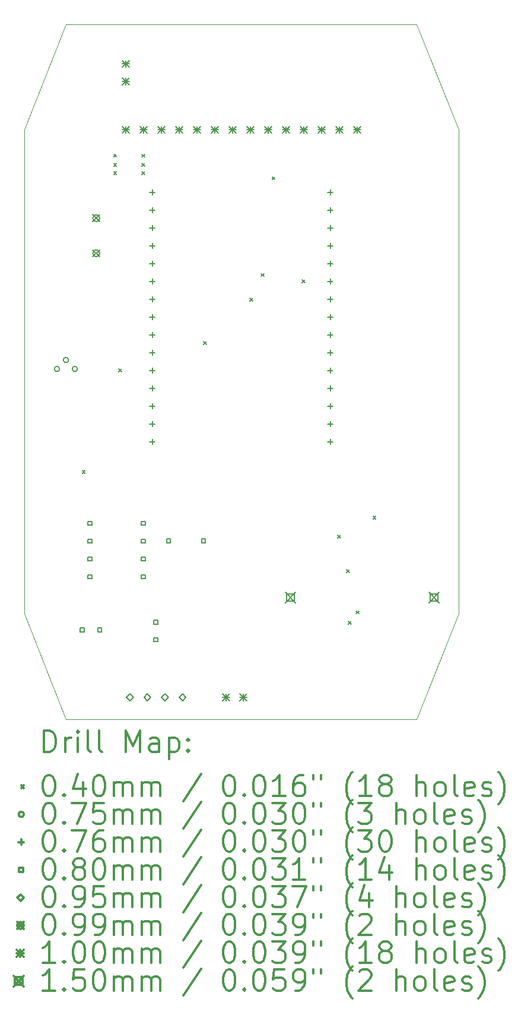
<source format=gbr>
%FSLAX45Y45*%
G04 Gerber Fmt 4.5, Leading zero omitted, Abs format (unit mm)*
G04 Created by KiCad (PCBNEW (5.1.8)-1) date 2022-11-15 12:18:02*
%MOMM*%
%LPD*%
G01*
G04 APERTURE LIST*
%TA.AperFunction,Profile*%
%ADD10C,0.050000*%
%TD*%
%ADD11C,0.200000*%
%ADD12C,0.300000*%
G04 APERTURE END LIST*
D10*
X14000000Y-5700000D02*
X13400000Y-7200000D01*
X19000000Y-5700000D02*
X19600000Y-7200000D01*
X14000000Y-15600000D02*
X13400000Y-14100000D01*
X19000000Y-15600000D02*
X19600000Y-14100000D01*
X13400000Y-14100000D02*
X13400000Y-7200000D01*
X19000000Y-15600000D02*
X14000000Y-15600000D01*
X19600000Y-7200000D02*
X19600000Y-14100000D01*
X14000000Y-5700000D02*
X19000000Y-5700000D01*
D11*
X14230000Y-12060000D02*
X14270000Y-12100000D01*
X14270000Y-12060000D02*
X14230000Y-12100000D01*
X14680000Y-7550000D02*
X14720000Y-7590000D01*
X14720000Y-7550000D02*
X14680000Y-7590000D01*
X14680000Y-7680000D02*
X14720000Y-7720000D01*
X14720000Y-7680000D02*
X14680000Y-7720000D01*
X14680000Y-7800000D02*
X14720000Y-7840000D01*
X14720000Y-7800000D02*
X14680000Y-7840000D01*
X14750000Y-10610000D02*
X14790000Y-10650000D01*
X14790000Y-10610000D02*
X14750000Y-10650000D01*
X15080000Y-7550000D02*
X15120000Y-7590000D01*
X15120000Y-7550000D02*
X15080000Y-7590000D01*
X15080000Y-7680000D02*
X15120000Y-7720000D01*
X15120000Y-7680000D02*
X15080000Y-7720000D01*
X15080000Y-7800000D02*
X15120000Y-7840000D01*
X15120000Y-7800000D02*
X15080000Y-7840000D01*
X15960000Y-10220000D02*
X16000000Y-10260000D01*
X16000000Y-10220000D02*
X15960000Y-10260000D01*
X16620000Y-9600000D02*
X16660000Y-9640000D01*
X16660000Y-9600000D02*
X16620000Y-9640000D01*
X16780000Y-9250000D02*
X16820000Y-9290000D01*
X16820000Y-9250000D02*
X16780000Y-9290000D01*
X16940000Y-7870000D02*
X16980000Y-7910000D01*
X16980000Y-7870000D02*
X16940000Y-7910000D01*
X17370000Y-9340000D02*
X17410000Y-9380000D01*
X17410000Y-9340000D02*
X17370000Y-9380000D01*
X17872500Y-12982500D02*
X17912500Y-13022500D01*
X17912500Y-12982500D02*
X17872500Y-13022500D01*
X17999500Y-13469500D02*
X18039500Y-13509500D01*
X18039500Y-13469500D02*
X17999500Y-13509500D01*
X18030000Y-14210000D02*
X18070000Y-14250000D01*
X18070000Y-14210000D02*
X18030000Y-14250000D01*
X18140000Y-14060000D02*
X18180000Y-14100000D01*
X18180000Y-14060000D02*
X18140000Y-14100000D01*
X18380000Y-12710000D02*
X18420000Y-12750000D01*
X18420000Y-12710000D02*
X18380000Y-12750000D01*
X13907500Y-10610000D02*
G75*
G03*
X13907500Y-10610000I-37500J0D01*
G01*
X14034500Y-10483000D02*
G75*
G03*
X14034500Y-10483000I-37500J0D01*
G01*
X14161500Y-10610000D02*
G75*
G03*
X14161500Y-10610000I-37500J0D01*
G01*
X15230000Y-8051900D02*
X15230000Y-8128100D01*
X15191900Y-8090000D02*
X15268100Y-8090000D01*
X15230000Y-8305900D02*
X15230000Y-8382100D01*
X15191900Y-8344000D02*
X15268100Y-8344000D01*
X15230000Y-8559900D02*
X15230000Y-8636100D01*
X15191900Y-8598000D02*
X15268100Y-8598000D01*
X15230000Y-8813900D02*
X15230000Y-8890100D01*
X15191900Y-8852000D02*
X15268100Y-8852000D01*
X15230000Y-9067900D02*
X15230000Y-9144100D01*
X15191900Y-9106000D02*
X15268100Y-9106000D01*
X15230000Y-9321900D02*
X15230000Y-9398100D01*
X15191900Y-9360000D02*
X15268100Y-9360000D01*
X15230000Y-9575900D02*
X15230000Y-9652100D01*
X15191900Y-9614000D02*
X15268100Y-9614000D01*
X15230000Y-9829900D02*
X15230000Y-9906100D01*
X15191900Y-9868000D02*
X15268100Y-9868000D01*
X15230000Y-10083900D02*
X15230000Y-10160100D01*
X15191900Y-10122000D02*
X15268100Y-10122000D01*
X15230000Y-10337900D02*
X15230000Y-10414100D01*
X15191900Y-10376000D02*
X15268100Y-10376000D01*
X15230000Y-10591900D02*
X15230000Y-10668100D01*
X15191900Y-10630000D02*
X15268100Y-10630000D01*
X15230000Y-10845900D02*
X15230000Y-10922100D01*
X15191900Y-10884000D02*
X15268100Y-10884000D01*
X15230000Y-11099900D02*
X15230000Y-11176100D01*
X15191900Y-11138000D02*
X15268100Y-11138000D01*
X15230000Y-11353900D02*
X15230000Y-11430100D01*
X15191900Y-11392000D02*
X15268100Y-11392000D01*
X15230000Y-11607900D02*
X15230000Y-11684100D01*
X15191900Y-11646000D02*
X15268100Y-11646000D01*
X17770000Y-8051900D02*
X17770000Y-8128100D01*
X17731900Y-8090000D02*
X17808100Y-8090000D01*
X17770000Y-8305900D02*
X17770000Y-8382100D01*
X17731900Y-8344000D02*
X17808100Y-8344000D01*
X17770000Y-8559900D02*
X17770000Y-8636100D01*
X17731900Y-8598000D02*
X17808100Y-8598000D01*
X17770000Y-8813900D02*
X17770000Y-8890100D01*
X17731900Y-8852000D02*
X17808100Y-8852000D01*
X17770000Y-9067900D02*
X17770000Y-9144100D01*
X17731900Y-9106000D02*
X17808100Y-9106000D01*
X17770000Y-9321900D02*
X17770000Y-9398100D01*
X17731900Y-9360000D02*
X17808100Y-9360000D01*
X17770000Y-9575900D02*
X17770000Y-9652100D01*
X17731900Y-9614000D02*
X17808100Y-9614000D01*
X17770000Y-9829900D02*
X17770000Y-9906100D01*
X17731900Y-9868000D02*
X17808100Y-9868000D01*
X17770000Y-10083900D02*
X17770000Y-10160100D01*
X17731900Y-10122000D02*
X17808100Y-10122000D01*
X17770000Y-10337900D02*
X17770000Y-10414100D01*
X17731900Y-10376000D02*
X17808100Y-10376000D01*
X17770000Y-10591900D02*
X17770000Y-10668100D01*
X17731900Y-10630000D02*
X17808100Y-10630000D01*
X17770000Y-10845900D02*
X17770000Y-10922100D01*
X17731900Y-10884000D02*
X17808100Y-10884000D01*
X17770000Y-11099900D02*
X17770000Y-11176100D01*
X17731900Y-11138000D02*
X17808100Y-11138000D01*
X17770000Y-11353900D02*
X17770000Y-11430100D01*
X17731900Y-11392000D02*
X17808100Y-11392000D01*
X17770000Y-11607900D02*
X17770000Y-11684100D01*
X17731900Y-11646000D02*
X17808100Y-11646000D01*
X14368284Y-12838284D02*
X14368284Y-12781715D01*
X14311715Y-12781715D01*
X14311715Y-12838284D01*
X14368284Y-12838284D01*
X14368284Y-13092284D02*
X14368284Y-13035715D01*
X14311715Y-13035715D01*
X14311715Y-13092284D01*
X14368284Y-13092284D01*
X14368284Y-13346284D02*
X14368284Y-13289715D01*
X14311715Y-13289715D01*
X14311715Y-13346284D01*
X14368284Y-13346284D01*
X14368284Y-13600284D02*
X14368284Y-13543715D01*
X14311715Y-13543715D01*
X14311715Y-13600284D01*
X14368284Y-13600284D01*
X15130284Y-12838284D02*
X15130284Y-12781715D01*
X15073715Y-12781715D01*
X15073715Y-12838284D01*
X15130284Y-12838284D01*
X15130284Y-13092284D02*
X15130284Y-13035715D01*
X15073715Y-13035715D01*
X15073715Y-13092284D01*
X15130284Y-13092284D01*
X15130284Y-13346284D02*
X15130284Y-13289715D01*
X15073715Y-13289715D01*
X15073715Y-13346284D01*
X15130284Y-13346284D01*
X15130284Y-13600284D02*
X15130284Y-13543715D01*
X15073715Y-13543715D01*
X15073715Y-13600284D01*
X15130284Y-13600284D01*
X15308284Y-14248284D02*
X15308284Y-14191715D01*
X15251715Y-14191715D01*
X15251715Y-14248284D01*
X15308284Y-14248284D01*
X15308284Y-14498284D02*
X15308284Y-14441715D01*
X15251715Y-14441715D01*
X15251715Y-14498284D01*
X15308284Y-14498284D01*
X15488284Y-13088284D02*
X15488284Y-13031715D01*
X15431715Y-13031715D01*
X15431715Y-13088284D01*
X15488284Y-13088284D01*
X15988284Y-13088284D02*
X15988284Y-13031715D01*
X15931715Y-13031715D01*
X15931715Y-13088284D01*
X15988284Y-13088284D01*
X14258284Y-14358284D02*
X14258284Y-14301715D01*
X14201715Y-14301715D01*
X14201715Y-14358284D01*
X14258284Y-14358284D01*
X14508284Y-14358284D02*
X14508284Y-14301715D01*
X14451715Y-14301715D01*
X14451715Y-14358284D01*
X14508284Y-14358284D01*
X14910000Y-15337500D02*
X14957500Y-15290000D01*
X14910000Y-15242500D01*
X14862500Y-15290000D01*
X14910000Y-15337500D01*
X15160000Y-15337500D02*
X15207500Y-15290000D01*
X15160000Y-15242500D01*
X15112500Y-15290000D01*
X15160000Y-15337500D01*
X15410000Y-15337500D02*
X15457500Y-15290000D01*
X15410000Y-15242500D01*
X15362500Y-15290000D01*
X15410000Y-15337500D01*
X15660000Y-15337500D02*
X15707500Y-15290000D01*
X15660000Y-15242500D01*
X15612500Y-15290000D01*
X15660000Y-15337500D01*
X14380470Y-8410470D02*
X14479530Y-8509530D01*
X14479530Y-8410470D02*
X14380470Y-8509530D01*
X14479530Y-8460000D02*
G75*
G03*
X14479530Y-8460000I-49530J0D01*
G01*
X14380470Y-8910850D02*
X14479530Y-9009910D01*
X14479530Y-8910850D02*
X14380470Y-9009910D01*
X14479530Y-8960380D02*
G75*
G03*
X14479530Y-8960380I-49530J0D01*
G01*
X14800000Y-6210000D02*
X14900000Y-6310000D01*
X14900000Y-6210000D02*
X14800000Y-6310000D01*
X14850000Y-6210000D02*
X14850000Y-6310000D01*
X14800000Y-6260000D02*
X14900000Y-6260000D01*
X14800000Y-6460000D02*
X14900000Y-6560000D01*
X14900000Y-6460000D02*
X14800000Y-6560000D01*
X14850000Y-6460000D02*
X14850000Y-6560000D01*
X14800000Y-6510000D02*
X14900000Y-6510000D01*
X14800000Y-7150000D02*
X14900000Y-7250000D01*
X14900000Y-7150000D02*
X14800000Y-7250000D01*
X14850000Y-7150000D02*
X14850000Y-7250000D01*
X14800000Y-7200000D02*
X14900000Y-7200000D01*
X15054000Y-7150000D02*
X15154000Y-7250000D01*
X15154000Y-7150000D02*
X15054000Y-7250000D01*
X15104000Y-7150000D02*
X15104000Y-7250000D01*
X15054000Y-7200000D02*
X15154000Y-7200000D01*
X15308000Y-7150000D02*
X15408000Y-7250000D01*
X15408000Y-7150000D02*
X15308000Y-7250000D01*
X15358000Y-7150000D02*
X15358000Y-7250000D01*
X15308000Y-7200000D02*
X15408000Y-7200000D01*
X15562000Y-7150000D02*
X15662000Y-7250000D01*
X15662000Y-7150000D02*
X15562000Y-7250000D01*
X15612000Y-7150000D02*
X15612000Y-7250000D01*
X15562000Y-7200000D02*
X15662000Y-7200000D01*
X15816000Y-7150000D02*
X15916000Y-7250000D01*
X15916000Y-7150000D02*
X15816000Y-7250000D01*
X15866000Y-7150000D02*
X15866000Y-7250000D01*
X15816000Y-7200000D02*
X15916000Y-7200000D01*
X16070000Y-7150000D02*
X16170000Y-7250000D01*
X16170000Y-7150000D02*
X16070000Y-7250000D01*
X16120000Y-7150000D02*
X16120000Y-7250000D01*
X16070000Y-7200000D02*
X16170000Y-7200000D01*
X16324000Y-7150000D02*
X16424000Y-7250000D01*
X16424000Y-7150000D02*
X16324000Y-7250000D01*
X16374000Y-7150000D02*
X16374000Y-7250000D01*
X16324000Y-7200000D02*
X16424000Y-7200000D01*
X16578000Y-7150000D02*
X16678000Y-7250000D01*
X16678000Y-7150000D02*
X16578000Y-7250000D01*
X16628000Y-7150000D02*
X16628000Y-7250000D01*
X16578000Y-7200000D02*
X16678000Y-7200000D01*
X16832000Y-7150000D02*
X16932000Y-7250000D01*
X16932000Y-7150000D02*
X16832000Y-7250000D01*
X16882000Y-7150000D02*
X16882000Y-7250000D01*
X16832000Y-7200000D02*
X16932000Y-7200000D01*
X17086000Y-7150000D02*
X17186000Y-7250000D01*
X17186000Y-7150000D02*
X17086000Y-7250000D01*
X17136000Y-7150000D02*
X17136000Y-7250000D01*
X17086000Y-7200000D02*
X17186000Y-7200000D01*
X17340000Y-7150000D02*
X17440000Y-7250000D01*
X17440000Y-7150000D02*
X17340000Y-7250000D01*
X17390000Y-7150000D02*
X17390000Y-7250000D01*
X17340000Y-7200000D02*
X17440000Y-7200000D01*
X17594000Y-7150000D02*
X17694000Y-7250000D01*
X17694000Y-7150000D02*
X17594000Y-7250000D01*
X17644000Y-7150000D02*
X17644000Y-7250000D01*
X17594000Y-7200000D02*
X17694000Y-7200000D01*
X17848000Y-7150000D02*
X17948000Y-7250000D01*
X17948000Y-7150000D02*
X17848000Y-7250000D01*
X17898000Y-7150000D02*
X17898000Y-7250000D01*
X17848000Y-7200000D02*
X17948000Y-7200000D01*
X18102000Y-7150000D02*
X18202000Y-7250000D01*
X18202000Y-7150000D02*
X18102000Y-7250000D01*
X18152000Y-7150000D02*
X18152000Y-7250000D01*
X18102000Y-7200000D02*
X18202000Y-7200000D01*
X16230000Y-15240000D02*
X16330000Y-15340000D01*
X16330000Y-15240000D02*
X16230000Y-15340000D01*
X16280000Y-15240000D02*
X16280000Y-15340000D01*
X16230000Y-15290000D02*
X16330000Y-15290000D01*
X16480000Y-15240000D02*
X16580000Y-15340000D01*
X16580000Y-15240000D02*
X16480000Y-15340000D01*
X16530000Y-15240000D02*
X16530000Y-15340000D01*
X16480000Y-15290000D02*
X16580000Y-15290000D01*
X17126000Y-13795000D02*
X17276000Y-13945000D01*
X17276000Y-13795000D02*
X17126000Y-13945000D01*
X17254034Y-13923033D02*
X17254034Y-13816966D01*
X17147967Y-13816966D01*
X17147967Y-13923033D01*
X17254034Y-13923033D01*
X19175000Y-13795000D02*
X19325000Y-13945000D01*
X19325000Y-13795000D02*
X19175000Y-13945000D01*
X19303034Y-13923033D02*
X19303034Y-13816966D01*
X19196967Y-13816966D01*
X19196967Y-13923033D01*
X19303034Y-13923033D01*
D12*
X13683928Y-16068214D02*
X13683928Y-15768214D01*
X13755357Y-15768214D01*
X13798214Y-15782500D01*
X13826786Y-15811071D01*
X13841071Y-15839643D01*
X13855357Y-15896786D01*
X13855357Y-15939643D01*
X13841071Y-15996786D01*
X13826786Y-16025357D01*
X13798214Y-16053929D01*
X13755357Y-16068214D01*
X13683928Y-16068214D01*
X13983928Y-16068214D02*
X13983928Y-15868214D01*
X13983928Y-15925357D02*
X13998214Y-15896786D01*
X14012500Y-15882500D01*
X14041071Y-15868214D01*
X14069643Y-15868214D01*
X14169643Y-16068214D02*
X14169643Y-15868214D01*
X14169643Y-15768214D02*
X14155357Y-15782500D01*
X14169643Y-15796786D01*
X14183928Y-15782500D01*
X14169643Y-15768214D01*
X14169643Y-15796786D01*
X14355357Y-16068214D02*
X14326786Y-16053929D01*
X14312500Y-16025357D01*
X14312500Y-15768214D01*
X14512500Y-16068214D02*
X14483928Y-16053929D01*
X14469643Y-16025357D01*
X14469643Y-15768214D01*
X14855357Y-16068214D02*
X14855357Y-15768214D01*
X14955357Y-15982500D01*
X15055357Y-15768214D01*
X15055357Y-16068214D01*
X15326786Y-16068214D02*
X15326786Y-15911071D01*
X15312500Y-15882500D01*
X15283928Y-15868214D01*
X15226786Y-15868214D01*
X15198214Y-15882500D01*
X15326786Y-16053929D02*
X15298214Y-16068214D01*
X15226786Y-16068214D01*
X15198214Y-16053929D01*
X15183928Y-16025357D01*
X15183928Y-15996786D01*
X15198214Y-15968214D01*
X15226786Y-15953929D01*
X15298214Y-15953929D01*
X15326786Y-15939643D01*
X15469643Y-15868214D02*
X15469643Y-16168214D01*
X15469643Y-15882500D02*
X15498214Y-15868214D01*
X15555357Y-15868214D01*
X15583928Y-15882500D01*
X15598214Y-15896786D01*
X15612500Y-15925357D01*
X15612500Y-16011071D01*
X15598214Y-16039643D01*
X15583928Y-16053929D01*
X15555357Y-16068214D01*
X15498214Y-16068214D01*
X15469643Y-16053929D01*
X15741071Y-16039643D02*
X15755357Y-16053929D01*
X15741071Y-16068214D01*
X15726786Y-16053929D01*
X15741071Y-16039643D01*
X15741071Y-16068214D01*
X15741071Y-15882500D02*
X15755357Y-15896786D01*
X15741071Y-15911071D01*
X15726786Y-15896786D01*
X15741071Y-15882500D01*
X15741071Y-15911071D01*
X13357500Y-16542500D02*
X13397500Y-16582500D01*
X13397500Y-16542500D02*
X13357500Y-16582500D01*
X13741071Y-16398214D02*
X13769643Y-16398214D01*
X13798214Y-16412500D01*
X13812500Y-16426786D01*
X13826786Y-16455357D01*
X13841071Y-16512500D01*
X13841071Y-16583929D01*
X13826786Y-16641071D01*
X13812500Y-16669643D01*
X13798214Y-16683929D01*
X13769643Y-16698214D01*
X13741071Y-16698214D01*
X13712500Y-16683929D01*
X13698214Y-16669643D01*
X13683928Y-16641071D01*
X13669643Y-16583929D01*
X13669643Y-16512500D01*
X13683928Y-16455357D01*
X13698214Y-16426786D01*
X13712500Y-16412500D01*
X13741071Y-16398214D01*
X13969643Y-16669643D02*
X13983928Y-16683929D01*
X13969643Y-16698214D01*
X13955357Y-16683929D01*
X13969643Y-16669643D01*
X13969643Y-16698214D01*
X14241071Y-16498214D02*
X14241071Y-16698214D01*
X14169643Y-16383929D02*
X14098214Y-16598214D01*
X14283928Y-16598214D01*
X14455357Y-16398214D02*
X14483928Y-16398214D01*
X14512500Y-16412500D01*
X14526786Y-16426786D01*
X14541071Y-16455357D01*
X14555357Y-16512500D01*
X14555357Y-16583929D01*
X14541071Y-16641071D01*
X14526786Y-16669643D01*
X14512500Y-16683929D01*
X14483928Y-16698214D01*
X14455357Y-16698214D01*
X14426786Y-16683929D01*
X14412500Y-16669643D01*
X14398214Y-16641071D01*
X14383928Y-16583929D01*
X14383928Y-16512500D01*
X14398214Y-16455357D01*
X14412500Y-16426786D01*
X14426786Y-16412500D01*
X14455357Y-16398214D01*
X14683928Y-16698214D02*
X14683928Y-16498214D01*
X14683928Y-16526786D02*
X14698214Y-16512500D01*
X14726786Y-16498214D01*
X14769643Y-16498214D01*
X14798214Y-16512500D01*
X14812500Y-16541071D01*
X14812500Y-16698214D01*
X14812500Y-16541071D02*
X14826786Y-16512500D01*
X14855357Y-16498214D01*
X14898214Y-16498214D01*
X14926786Y-16512500D01*
X14941071Y-16541071D01*
X14941071Y-16698214D01*
X15083928Y-16698214D02*
X15083928Y-16498214D01*
X15083928Y-16526786D02*
X15098214Y-16512500D01*
X15126786Y-16498214D01*
X15169643Y-16498214D01*
X15198214Y-16512500D01*
X15212500Y-16541071D01*
X15212500Y-16698214D01*
X15212500Y-16541071D02*
X15226786Y-16512500D01*
X15255357Y-16498214D01*
X15298214Y-16498214D01*
X15326786Y-16512500D01*
X15341071Y-16541071D01*
X15341071Y-16698214D01*
X15926786Y-16383929D02*
X15669643Y-16769643D01*
X16312500Y-16398214D02*
X16341071Y-16398214D01*
X16369643Y-16412500D01*
X16383928Y-16426786D01*
X16398214Y-16455357D01*
X16412500Y-16512500D01*
X16412500Y-16583929D01*
X16398214Y-16641071D01*
X16383928Y-16669643D01*
X16369643Y-16683929D01*
X16341071Y-16698214D01*
X16312500Y-16698214D01*
X16283928Y-16683929D01*
X16269643Y-16669643D01*
X16255357Y-16641071D01*
X16241071Y-16583929D01*
X16241071Y-16512500D01*
X16255357Y-16455357D01*
X16269643Y-16426786D01*
X16283928Y-16412500D01*
X16312500Y-16398214D01*
X16541071Y-16669643D02*
X16555357Y-16683929D01*
X16541071Y-16698214D01*
X16526786Y-16683929D01*
X16541071Y-16669643D01*
X16541071Y-16698214D01*
X16741071Y-16398214D02*
X16769643Y-16398214D01*
X16798214Y-16412500D01*
X16812500Y-16426786D01*
X16826786Y-16455357D01*
X16841071Y-16512500D01*
X16841071Y-16583929D01*
X16826786Y-16641071D01*
X16812500Y-16669643D01*
X16798214Y-16683929D01*
X16769643Y-16698214D01*
X16741071Y-16698214D01*
X16712500Y-16683929D01*
X16698214Y-16669643D01*
X16683928Y-16641071D01*
X16669643Y-16583929D01*
X16669643Y-16512500D01*
X16683928Y-16455357D01*
X16698214Y-16426786D01*
X16712500Y-16412500D01*
X16741071Y-16398214D01*
X17126786Y-16698214D02*
X16955357Y-16698214D01*
X17041071Y-16698214D02*
X17041071Y-16398214D01*
X17012500Y-16441071D01*
X16983928Y-16469643D01*
X16955357Y-16483929D01*
X17383928Y-16398214D02*
X17326786Y-16398214D01*
X17298214Y-16412500D01*
X17283928Y-16426786D01*
X17255357Y-16469643D01*
X17241071Y-16526786D01*
X17241071Y-16641071D01*
X17255357Y-16669643D01*
X17269643Y-16683929D01*
X17298214Y-16698214D01*
X17355357Y-16698214D01*
X17383928Y-16683929D01*
X17398214Y-16669643D01*
X17412500Y-16641071D01*
X17412500Y-16569643D01*
X17398214Y-16541071D01*
X17383928Y-16526786D01*
X17355357Y-16512500D01*
X17298214Y-16512500D01*
X17269643Y-16526786D01*
X17255357Y-16541071D01*
X17241071Y-16569643D01*
X17526786Y-16398214D02*
X17526786Y-16455357D01*
X17641071Y-16398214D02*
X17641071Y-16455357D01*
X18083928Y-16812500D02*
X18069643Y-16798214D01*
X18041071Y-16755357D01*
X18026786Y-16726786D01*
X18012500Y-16683929D01*
X17998214Y-16612500D01*
X17998214Y-16555357D01*
X18012500Y-16483929D01*
X18026786Y-16441071D01*
X18041071Y-16412500D01*
X18069643Y-16369643D01*
X18083928Y-16355357D01*
X18355357Y-16698214D02*
X18183928Y-16698214D01*
X18269643Y-16698214D02*
X18269643Y-16398214D01*
X18241071Y-16441071D01*
X18212500Y-16469643D01*
X18183928Y-16483929D01*
X18526786Y-16526786D02*
X18498214Y-16512500D01*
X18483928Y-16498214D01*
X18469643Y-16469643D01*
X18469643Y-16455357D01*
X18483928Y-16426786D01*
X18498214Y-16412500D01*
X18526786Y-16398214D01*
X18583928Y-16398214D01*
X18612500Y-16412500D01*
X18626786Y-16426786D01*
X18641071Y-16455357D01*
X18641071Y-16469643D01*
X18626786Y-16498214D01*
X18612500Y-16512500D01*
X18583928Y-16526786D01*
X18526786Y-16526786D01*
X18498214Y-16541071D01*
X18483928Y-16555357D01*
X18469643Y-16583929D01*
X18469643Y-16641071D01*
X18483928Y-16669643D01*
X18498214Y-16683929D01*
X18526786Y-16698214D01*
X18583928Y-16698214D01*
X18612500Y-16683929D01*
X18626786Y-16669643D01*
X18641071Y-16641071D01*
X18641071Y-16583929D01*
X18626786Y-16555357D01*
X18612500Y-16541071D01*
X18583928Y-16526786D01*
X18998214Y-16698214D02*
X18998214Y-16398214D01*
X19126786Y-16698214D02*
X19126786Y-16541071D01*
X19112500Y-16512500D01*
X19083928Y-16498214D01*
X19041071Y-16498214D01*
X19012500Y-16512500D01*
X18998214Y-16526786D01*
X19312500Y-16698214D02*
X19283928Y-16683929D01*
X19269643Y-16669643D01*
X19255357Y-16641071D01*
X19255357Y-16555357D01*
X19269643Y-16526786D01*
X19283928Y-16512500D01*
X19312500Y-16498214D01*
X19355357Y-16498214D01*
X19383928Y-16512500D01*
X19398214Y-16526786D01*
X19412500Y-16555357D01*
X19412500Y-16641071D01*
X19398214Y-16669643D01*
X19383928Y-16683929D01*
X19355357Y-16698214D01*
X19312500Y-16698214D01*
X19583928Y-16698214D02*
X19555357Y-16683929D01*
X19541071Y-16655357D01*
X19541071Y-16398214D01*
X19812500Y-16683929D02*
X19783928Y-16698214D01*
X19726786Y-16698214D01*
X19698214Y-16683929D01*
X19683928Y-16655357D01*
X19683928Y-16541071D01*
X19698214Y-16512500D01*
X19726786Y-16498214D01*
X19783928Y-16498214D01*
X19812500Y-16512500D01*
X19826786Y-16541071D01*
X19826786Y-16569643D01*
X19683928Y-16598214D01*
X19941071Y-16683929D02*
X19969643Y-16698214D01*
X20026786Y-16698214D01*
X20055357Y-16683929D01*
X20069643Y-16655357D01*
X20069643Y-16641071D01*
X20055357Y-16612500D01*
X20026786Y-16598214D01*
X19983928Y-16598214D01*
X19955357Y-16583929D01*
X19941071Y-16555357D01*
X19941071Y-16541071D01*
X19955357Y-16512500D01*
X19983928Y-16498214D01*
X20026786Y-16498214D01*
X20055357Y-16512500D01*
X20169643Y-16812500D02*
X20183928Y-16798214D01*
X20212500Y-16755357D01*
X20226786Y-16726786D01*
X20241071Y-16683929D01*
X20255357Y-16612500D01*
X20255357Y-16555357D01*
X20241071Y-16483929D01*
X20226786Y-16441071D01*
X20212500Y-16412500D01*
X20183928Y-16369643D01*
X20169643Y-16355357D01*
X13397500Y-16958500D02*
G75*
G03*
X13397500Y-16958500I-37500J0D01*
G01*
X13741071Y-16794214D02*
X13769643Y-16794214D01*
X13798214Y-16808500D01*
X13812500Y-16822786D01*
X13826786Y-16851357D01*
X13841071Y-16908500D01*
X13841071Y-16979929D01*
X13826786Y-17037072D01*
X13812500Y-17065643D01*
X13798214Y-17079929D01*
X13769643Y-17094214D01*
X13741071Y-17094214D01*
X13712500Y-17079929D01*
X13698214Y-17065643D01*
X13683928Y-17037072D01*
X13669643Y-16979929D01*
X13669643Y-16908500D01*
X13683928Y-16851357D01*
X13698214Y-16822786D01*
X13712500Y-16808500D01*
X13741071Y-16794214D01*
X13969643Y-17065643D02*
X13983928Y-17079929D01*
X13969643Y-17094214D01*
X13955357Y-17079929D01*
X13969643Y-17065643D01*
X13969643Y-17094214D01*
X14083928Y-16794214D02*
X14283928Y-16794214D01*
X14155357Y-17094214D01*
X14541071Y-16794214D02*
X14398214Y-16794214D01*
X14383928Y-16937072D01*
X14398214Y-16922786D01*
X14426786Y-16908500D01*
X14498214Y-16908500D01*
X14526786Y-16922786D01*
X14541071Y-16937072D01*
X14555357Y-16965643D01*
X14555357Y-17037072D01*
X14541071Y-17065643D01*
X14526786Y-17079929D01*
X14498214Y-17094214D01*
X14426786Y-17094214D01*
X14398214Y-17079929D01*
X14383928Y-17065643D01*
X14683928Y-17094214D02*
X14683928Y-16894214D01*
X14683928Y-16922786D02*
X14698214Y-16908500D01*
X14726786Y-16894214D01*
X14769643Y-16894214D01*
X14798214Y-16908500D01*
X14812500Y-16937072D01*
X14812500Y-17094214D01*
X14812500Y-16937072D02*
X14826786Y-16908500D01*
X14855357Y-16894214D01*
X14898214Y-16894214D01*
X14926786Y-16908500D01*
X14941071Y-16937072D01*
X14941071Y-17094214D01*
X15083928Y-17094214D02*
X15083928Y-16894214D01*
X15083928Y-16922786D02*
X15098214Y-16908500D01*
X15126786Y-16894214D01*
X15169643Y-16894214D01*
X15198214Y-16908500D01*
X15212500Y-16937072D01*
X15212500Y-17094214D01*
X15212500Y-16937072D02*
X15226786Y-16908500D01*
X15255357Y-16894214D01*
X15298214Y-16894214D01*
X15326786Y-16908500D01*
X15341071Y-16937072D01*
X15341071Y-17094214D01*
X15926786Y-16779929D02*
X15669643Y-17165643D01*
X16312500Y-16794214D02*
X16341071Y-16794214D01*
X16369643Y-16808500D01*
X16383928Y-16822786D01*
X16398214Y-16851357D01*
X16412500Y-16908500D01*
X16412500Y-16979929D01*
X16398214Y-17037072D01*
X16383928Y-17065643D01*
X16369643Y-17079929D01*
X16341071Y-17094214D01*
X16312500Y-17094214D01*
X16283928Y-17079929D01*
X16269643Y-17065643D01*
X16255357Y-17037072D01*
X16241071Y-16979929D01*
X16241071Y-16908500D01*
X16255357Y-16851357D01*
X16269643Y-16822786D01*
X16283928Y-16808500D01*
X16312500Y-16794214D01*
X16541071Y-17065643D02*
X16555357Y-17079929D01*
X16541071Y-17094214D01*
X16526786Y-17079929D01*
X16541071Y-17065643D01*
X16541071Y-17094214D01*
X16741071Y-16794214D02*
X16769643Y-16794214D01*
X16798214Y-16808500D01*
X16812500Y-16822786D01*
X16826786Y-16851357D01*
X16841071Y-16908500D01*
X16841071Y-16979929D01*
X16826786Y-17037072D01*
X16812500Y-17065643D01*
X16798214Y-17079929D01*
X16769643Y-17094214D01*
X16741071Y-17094214D01*
X16712500Y-17079929D01*
X16698214Y-17065643D01*
X16683928Y-17037072D01*
X16669643Y-16979929D01*
X16669643Y-16908500D01*
X16683928Y-16851357D01*
X16698214Y-16822786D01*
X16712500Y-16808500D01*
X16741071Y-16794214D01*
X16941071Y-16794214D02*
X17126786Y-16794214D01*
X17026786Y-16908500D01*
X17069643Y-16908500D01*
X17098214Y-16922786D01*
X17112500Y-16937072D01*
X17126786Y-16965643D01*
X17126786Y-17037072D01*
X17112500Y-17065643D01*
X17098214Y-17079929D01*
X17069643Y-17094214D01*
X16983928Y-17094214D01*
X16955357Y-17079929D01*
X16941071Y-17065643D01*
X17312500Y-16794214D02*
X17341071Y-16794214D01*
X17369643Y-16808500D01*
X17383928Y-16822786D01*
X17398214Y-16851357D01*
X17412500Y-16908500D01*
X17412500Y-16979929D01*
X17398214Y-17037072D01*
X17383928Y-17065643D01*
X17369643Y-17079929D01*
X17341071Y-17094214D01*
X17312500Y-17094214D01*
X17283928Y-17079929D01*
X17269643Y-17065643D01*
X17255357Y-17037072D01*
X17241071Y-16979929D01*
X17241071Y-16908500D01*
X17255357Y-16851357D01*
X17269643Y-16822786D01*
X17283928Y-16808500D01*
X17312500Y-16794214D01*
X17526786Y-16794214D02*
X17526786Y-16851357D01*
X17641071Y-16794214D02*
X17641071Y-16851357D01*
X18083928Y-17208500D02*
X18069643Y-17194214D01*
X18041071Y-17151357D01*
X18026786Y-17122786D01*
X18012500Y-17079929D01*
X17998214Y-17008500D01*
X17998214Y-16951357D01*
X18012500Y-16879929D01*
X18026786Y-16837072D01*
X18041071Y-16808500D01*
X18069643Y-16765643D01*
X18083928Y-16751357D01*
X18169643Y-16794214D02*
X18355357Y-16794214D01*
X18255357Y-16908500D01*
X18298214Y-16908500D01*
X18326786Y-16922786D01*
X18341071Y-16937072D01*
X18355357Y-16965643D01*
X18355357Y-17037072D01*
X18341071Y-17065643D01*
X18326786Y-17079929D01*
X18298214Y-17094214D01*
X18212500Y-17094214D01*
X18183928Y-17079929D01*
X18169643Y-17065643D01*
X18712500Y-17094214D02*
X18712500Y-16794214D01*
X18841071Y-17094214D02*
X18841071Y-16937072D01*
X18826786Y-16908500D01*
X18798214Y-16894214D01*
X18755357Y-16894214D01*
X18726786Y-16908500D01*
X18712500Y-16922786D01*
X19026786Y-17094214D02*
X18998214Y-17079929D01*
X18983928Y-17065643D01*
X18969643Y-17037072D01*
X18969643Y-16951357D01*
X18983928Y-16922786D01*
X18998214Y-16908500D01*
X19026786Y-16894214D01*
X19069643Y-16894214D01*
X19098214Y-16908500D01*
X19112500Y-16922786D01*
X19126786Y-16951357D01*
X19126786Y-17037072D01*
X19112500Y-17065643D01*
X19098214Y-17079929D01*
X19069643Y-17094214D01*
X19026786Y-17094214D01*
X19298214Y-17094214D02*
X19269643Y-17079929D01*
X19255357Y-17051357D01*
X19255357Y-16794214D01*
X19526786Y-17079929D02*
X19498214Y-17094214D01*
X19441071Y-17094214D01*
X19412500Y-17079929D01*
X19398214Y-17051357D01*
X19398214Y-16937072D01*
X19412500Y-16908500D01*
X19441071Y-16894214D01*
X19498214Y-16894214D01*
X19526786Y-16908500D01*
X19541071Y-16937072D01*
X19541071Y-16965643D01*
X19398214Y-16994214D01*
X19655357Y-17079929D02*
X19683928Y-17094214D01*
X19741071Y-17094214D01*
X19769643Y-17079929D01*
X19783928Y-17051357D01*
X19783928Y-17037072D01*
X19769643Y-17008500D01*
X19741071Y-16994214D01*
X19698214Y-16994214D01*
X19669643Y-16979929D01*
X19655357Y-16951357D01*
X19655357Y-16937072D01*
X19669643Y-16908500D01*
X19698214Y-16894214D01*
X19741071Y-16894214D01*
X19769643Y-16908500D01*
X19883928Y-17208500D02*
X19898214Y-17194214D01*
X19926786Y-17151357D01*
X19941071Y-17122786D01*
X19955357Y-17079929D01*
X19969643Y-17008500D01*
X19969643Y-16951357D01*
X19955357Y-16879929D01*
X19941071Y-16837072D01*
X19926786Y-16808500D01*
X19898214Y-16765643D01*
X19883928Y-16751357D01*
X13359400Y-17316400D02*
X13359400Y-17392600D01*
X13321300Y-17354500D02*
X13397500Y-17354500D01*
X13741071Y-17190214D02*
X13769643Y-17190214D01*
X13798214Y-17204500D01*
X13812500Y-17218786D01*
X13826786Y-17247357D01*
X13841071Y-17304500D01*
X13841071Y-17375929D01*
X13826786Y-17433072D01*
X13812500Y-17461643D01*
X13798214Y-17475929D01*
X13769643Y-17490214D01*
X13741071Y-17490214D01*
X13712500Y-17475929D01*
X13698214Y-17461643D01*
X13683928Y-17433072D01*
X13669643Y-17375929D01*
X13669643Y-17304500D01*
X13683928Y-17247357D01*
X13698214Y-17218786D01*
X13712500Y-17204500D01*
X13741071Y-17190214D01*
X13969643Y-17461643D02*
X13983928Y-17475929D01*
X13969643Y-17490214D01*
X13955357Y-17475929D01*
X13969643Y-17461643D01*
X13969643Y-17490214D01*
X14083928Y-17190214D02*
X14283928Y-17190214D01*
X14155357Y-17490214D01*
X14526786Y-17190214D02*
X14469643Y-17190214D01*
X14441071Y-17204500D01*
X14426786Y-17218786D01*
X14398214Y-17261643D01*
X14383928Y-17318786D01*
X14383928Y-17433072D01*
X14398214Y-17461643D01*
X14412500Y-17475929D01*
X14441071Y-17490214D01*
X14498214Y-17490214D01*
X14526786Y-17475929D01*
X14541071Y-17461643D01*
X14555357Y-17433072D01*
X14555357Y-17361643D01*
X14541071Y-17333072D01*
X14526786Y-17318786D01*
X14498214Y-17304500D01*
X14441071Y-17304500D01*
X14412500Y-17318786D01*
X14398214Y-17333072D01*
X14383928Y-17361643D01*
X14683928Y-17490214D02*
X14683928Y-17290214D01*
X14683928Y-17318786D02*
X14698214Y-17304500D01*
X14726786Y-17290214D01*
X14769643Y-17290214D01*
X14798214Y-17304500D01*
X14812500Y-17333072D01*
X14812500Y-17490214D01*
X14812500Y-17333072D02*
X14826786Y-17304500D01*
X14855357Y-17290214D01*
X14898214Y-17290214D01*
X14926786Y-17304500D01*
X14941071Y-17333072D01*
X14941071Y-17490214D01*
X15083928Y-17490214D02*
X15083928Y-17290214D01*
X15083928Y-17318786D02*
X15098214Y-17304500D01*
X15126786Y-17290214D01*
X15169643Y-17290214D01*
X15198214Y-17304500D01*
X15212500Y-17333072D01*
X15212500Y-17490214D01*
X15212500Y-17333072D02*
X15226786Y-17304500D01*
X15255357Y-17290214D01*
X15298214Y-17290214D01*
X15326786Y-17304500D01*
X15341071Y-17333072D01*
X15341071Y-17490214D01*
X15926786Y-17175929D02*
X15669643Y-17561643D01*
X16312500Y-17190214D02*
X16341071Y-17190214D01*
X16369643Y-17204500D01*
X16383928Y-17218786D01*
X16398214Y-17247357D01*
X16412500Y-17304500D01*
X16412500Y-17375929D01*
X16398214Y-17433072D01*
X16383928Y-17461643D01*
X16369643Y-17475929D01*
X16341071Y-17490214D01*
X16312500Y-17490214D01*
X16283928Y-17475929D01*
X16269643Y-17461643D01*
X16255357Y-17433072D01*
X16241071Y-17375929D01*
X16241071Y-17304500D01*
X16255357Y-17247357D01*
X16269643Y-17218786D01*
X16283928Y-17204500D01*
X16312500Y-17190214D01*
X16541071Y-17461643D02*
X16555357Y-17475929D01*
X16541071Y-17490214D01*
X16526786Y-17475929D01*
X16541071Y-17461643D01*
X16541071Y-17490214D01*
X16741071Y-17190214D02*
X16769643Y-17190214D01*
X16798214Y-17204500D01*
X16812500Y-17218786D01*
X16826786Y-17247357D01*
X16841071Y-17304500D01*
X16841071Y-17375929D01*
X16826786Y-17433072D01*
X16812500Y-17461643D01*
X16798214Y-17475929D01*
X16769643Y-17490214D01*
X16741071Y-17490214D01*
X16712500Y-17475929D01*
X16698214Y-17461643D01*
X16683928Y-17433072D01*
X16669643Y-17375929D01*
X16669643Y-17304500D01*
X16683928Y-17247357D01*
X16698214Y-17218786D01*
X16712500Y-17204500D01*
X16741071Y-17190214D01*
X16941071Y-17190214D02*
X17126786Y-17190214D01*
X17026786Y-17304500D01*
X17069643Y-17304500D01*
X17098214Y-17318786D01*
X17112500Y-17333072D01*
X17126786Y-17361643D01*
X17126786Y-17433072D01*
X17112500Y-17461643D01*
X17098214Y-17475929D01*
X17069643Y-17490214D01*
X16983928Y-17490214D01*
X16955357Y-17475929D01*
X16941071Y-17461643D01*
X17312500Y-17190214D02*
X17341071Y-17190214D01*
X17369643Y-17204500D01*
X17383928Y-17218786D01*
X17398214Y-17247357D01*
X17412500Y-17304500D01*
X17412500Y-17375929D01*
X17398214Y-17433072D01*
X17383928Y-17461643D01*
X17369643Y-17475929D01*
X17341071Y-17490214D01*
X17312500Y-17490214D01*
X17283928Y-17475929D01*
X17269643Y-17461643D01*
X17255357Y-17433072D01*
X17241071Y-17375929D01*
X17241071Y-17304500D01*
X17255357Y-17247357D01*
X17269643Y-17218786D01*
X17283928Y-17204500D01*
X17312500Y-17190214D01*
X17526786Y-17190214D02*
X17526786Y-17247357D01*
X17641071Y-17190214D02*
X17641071Y-17247357D01*
X18083928Y-17604500D02*
X18069643Y-17590214D01*
X18041071Y-17547357D01*
X18026786Y-17518786D01*
X18012500Y-17475929D01*
X17998214Y-17404500D01*
X17998214Y-17347357D01*
X18012500Y-17275929D01*
X18026786Y-17233072D01*
X18041071Y-17204500D01*
X18069643Y-17161643D01*
X18083928Y-17147357D01*
X18169643Y-17190214D02*
X18355357Y-17190214D01*
X18255357Y-17304500D01*
X18298214Y-17304500D01*
X18326786Y-17318786D01*
X18341071Y-17333072D01*
X18355357Y-17361643D01*
X18355357Y-17433072D01*
X18341071Y-17461643D01*
X18326786Y-17475929D01*
X18298214Y-17490214D01*
X18212500Y-17490214D01*
X18183928Y-17475929D01*
X18169643Y-17461643D01*
X18541071Y-17190214D02*
X18569643Y-17190214D01*
X18598214Y-17204500D01*
X18612500Y-17218786D01*
X18626786Y-17247357D01*
X18641071Y-17304500D01*
X18641071Y-17375929D01*
X18626786Y-17433072D01*
X18612500Y-17461643D01*
X18598214Y-17475929D01*
X18569643Y-17490214D01*
X18541071Y-17490214D01*
X18512500Y-17475929D01*
X18498214Y-17461643D01*
X18483928Y-17433072D01*
X18469643Y-17375929D01*
X18469643Y-17304500D01*
X18483928Y-17247357D01*
X18498214Y-17218786D01*
X18512500Y-17204500D01*
X18541071Y-17190214D01*
X18998214Y-17490214D02*
X18998214Y-17190214D01*
X19126786Y-17490214D02*
X19126786Y-17333072D01*
X19112500Y-17304500D01*
X19083928Y-17290214D01*
X19041071Y-17290214D01*
X19012500Y-17304500D01*
X18998214Y-17318786D01*
X19312500Y-17490214D02*
X19283928Y-17475929D01*
X19269643Y-17461643D01*
X19255357Y-17433072D01*
X19255357Y-17347357D01*
X19269643Y-17318786D01*
X19283928Y-17304500D01*
X19312500Y-17290214D01*
X19355357Y-17290214D01*
X19383928Y-17304500D01*
X19398214Y-17318786D01*
X19412500Y-17347357D01*
X19412500Y-17433072D01*
X19398214Y-17461643D01*
X19383928Y-17475929D01*
X19355357Y-17490214D01*
X19312500Y-17490214D01*
X19583928Y-17490214D02*
X19555357Y-17475929D01*
X19541071Y-17447357D01*
X19541071Y-17190214D01*
X19812500Y-17475929D02*
X19783928Y-17490214D01*
X19726786Y-17490214D01*
X19698214Y-17475929D01*
X19683928Y-17447357D01*
X19683928Y-17333072D01*
X19698214Y-17304500D01*
X19726786Y-17290214D01*
X19783928Y-17290214D01*
X19812500Y-17304500D01*
X19826786Y-17333072D01*
X19826786Y-17361643D01*
X19683928Y-17390214D01*
X19941071Y-17475929D02*
X19969643Y-17490214D01*
X20026786Y-17490214D01*
X20055357Y-17475929D01*
X20069643Y-17447357D01*
X20069643Y-17433072D01*
X20055357Y-17404500D01*
X20026786Y-17390214D01*
X19983928Y-17390214D01*
X19955357Y-17375929D01*
X19941071Y-17347357D01*
X19941071Y-17333072D01*
X19955357Y-17304500D01*
X19983928Y-17290214D01*
X20026786Y-17290214D01*
X20055357Y-17304500D01*
X20169643Y-17604500D02*
X20183928Y-17590214D01*
X20212500Y-17547357D01*
X20226786Y-17518786D01*
X20241071Y-17475929D01*
X20255357Y-17404500D01*
X20255357Y-17347357D01*
X20241071Y-17275929D01*
X20226786Y-17233072D01*
X20212500Y-17204500D01*
X20183928Y-17161643D01*
X20169643Y-17147357D01*
X13385784Y-17778785D02*
X13385784Y-17722216D01*
X13329215Y-17722216D01*
X13329215Y-17778785D01*
X13385784Y-17778785D01*
X13741071Y-17586214D02*
X13769643Y-17586214D01*
X13798214Y-17600500D01*
X13812500Y-17614786D01*
X13826786Y-17643357D01*
X13841071Y-17700500D01*
X13841071Y-17771929D01*
X13826786Y-17829072D01*
X13812500Y-17857643D01*
X13798214Y-17871929D01*
X13769643Y-17886214D01*
X13741071Y-17886214D01*
X13712500Y-17871929D01*
X13698214Y-17857643D01*
X13683928Y-17829072D01*
X13669643Y-17771929D01*
X13669643Y-17700500D01*
X13683928Y-17643357D01*
X13698214Y-17614786D01*
X13712500Y-17600500D01*
X13741071Y-17586214D01*
X13969643Y-17857643D02*
X13983928Y-17871929D01*
X13969643Y-17886214D01*
X13955357Y-17871929D01*
X13969643Y-17857643D01*
X13969643Y-17886214D01*
X14155357Y-17714786D02*
X14126786Y-17700500D01*
X14112500Y-17686214D01*
X14098214Y-17657643D01*
X14098214Y-17643357D01*
X14112500Y-17614786D01*
X14126786Y-17600500D01*
X14155357Y-17586214D01*
X14212500Y-17586214D01*
X14241071Y-17600500D01*
X14255357Y-17614786D01*
X14269643Y-17643357D01*
X14269643Y-17657643D01*
X14255357Y-17686214D01*
X14241071Y-17700500D01*
X14212500Y-17714786D01*
X14155357Y-17714786D01*
X14126786Y-17729072D01*
X14112500Y-17743357D01*
X14098214Y-17771929D01*
X14098214Y-17829072D01*
X14112500Y-17857643D01*
X14126786Y-17871929D01*
X14155357Y-17886214D01*
X14212500Y-17886214D01*
X14241071Y-17871929D01*
X14255357Y-17857643D01*
X14269643Y-17829072D01*
X14269643Y-17771929D01*
X14255357Y-17743357D01*
X14241071Y-17729072D01*
X14212500Y-17714786D01*
X14455357Y-17586214D02*
X14483928Y-17586214D01*
X14512500Y-17600500D01*
X14526786Y-17614786D01*
X14541071Y-17643357D01*
X14555357Y-17700500D01*
X14555357Y-17771929D01*
X14541071Y-17829072D01*
X14526786Y-17857643D01*
X14512500Y-17871929D01*
X14483928Y-17886214D01*
X14455357Y-17886214D01*
X14426786Y-17871929D01*
X14412500Y-17857643D01*
X14398214Y-17829072D01*
X14383928Y-17771929D01*
X14383928Y-17700500D01*
X14398214Y-17643357D01*
X14412500Y-17614786D01*
X14426786Y-17600500D01*
X14455357Y-17586214D01*
X14683928Y-17886214D02*
X14683928Y-17686214D01*
X14683928Y-17714786D02*
X14698214Y-17700500D01*
X14726786Y-17686214D01*
X14769643Y-17686214D01*
X14798214Y-17700500D01*
X14812500Y-17729072D01*
X14812500Y-17886214D01*
X14812500Y-17729072D02*
X14826786Y-17700500D01*
X14855357Y-17686214D01*
X14898214Y-17686214D01*
X14926786Y-17700500D01*
X14941071Y-17729072D01*
X14941071Y-17886214D01*
X15083928Y-17886214D02*
X15083928Y-17686214D01*
X15083928Y-17714786D02*
X15098214Y-17700500D01*
X15126786Y-17686214D01*
X15169643Y-17686214D01*
X15198214Y-17700500D01*
X15212500Y-17729072D01*
X15212500Y-17886214D01*
X15212500Y-17729072D02*
X15226786Y-17700500D01*
X15255357Y-17686214D01*
X15298214Y-17686214D01*
X15326786Y-17700500D01*
X15341071Y-17729072D01*
X15341071Y-17886214D01*
X15926786Y-17571929D02*
X15669643Y-17957643D01*
X16312500Y-17586214D02*
X16341071Y-17586214D01*
X16369643Y-17600500D01*
X16383928Y-17614786D01*
X16398214Y-17643357D01*
X16412500Y-17700500D01*
X16412500Y-17771929D01*
X16398214Y-17829072D01*
X16383928Y-17857643D01*
X16369643Y-17871929D01*
X16341071Y-17886214D01*
X16312500Y-17886214D01*
X16283928Y-17871929D01*
X16269643Y-17857643D01*
X16255357Y-17829072D01*
X16241071Y-17771929D01*
X16241071Y-17700500D01*
X16255357Y-17643357D01*
X16269643Y-17614786D01*
X16283928Y-17600500D01*
X16312500Y-17586214D01*
X16541071Y-17857643D02*
X16555357Y-17871929D01*
X16541071Y-17886214D01*
X16526786Y-17871929D01*
X16541071Y-17857643D01*
X16541071Y-17886214D01*
X16741071Y-17586214D02*
X16769643Y-17586214D01*
X16798214Y-17600500D01*
X16812500Y-17614786D01*
X16826786Y-17643357D01*
X16841071Y-17700500D01*
X16841071Y-17771929D01*
X16826786Y-17829072D01*
X16812500Y-17857643D01*
X16798214Y-17871929D01*
X16769643Y-17886214D01*
X16741071Y-17886214D01*
X16712500Y-17871929D01*
X16698214Y-17857643D01*
X16683928Y-17829072D01*
X16669643Y-17771929D01*
X16669643Y-17700500D01*
X16683928Y-17643357D01*
X16698214Y-17614786D01*
X16712500Y-17600500D01*
X16741071Y-17586214D01*
X16941071Y-17586214D02*
X17126786Y-17586214D01*
X17026786Y-17700500D01*
X17069643Y-17700500D01*
X17098214Y-17714786D01*
X17112500Y-17729072D01*
X17126786Y-17757643D01*
X17126786Y-17829072D01*
X17112500Y-17857643D01*
X17098214Y-17871929D01*
X17069643Y-17886214D01*
X16983928Y-17886214D01*
X16955357Y-17871929D01*
X16941071Y-17857643D01*
X17412500Y-17886214D02*
X17241071Y-17886214D01*
X17326786Y-17886214D02*
X17326786Y-17586214D01*
X17298214Y-17629072D01*
X17269643Y-17657643D01*
X17241071Y-17671929D01*
X17526786Y-17586214D02*
X17526786Y-17643357D01*
X17641071Y-17586214D02*
X17641071Y-17643357D01*
X18083928Y-18000500D02*
X18069643Y-17986214D01*
X18041071Y-17943357D01*
X18026786Y-17914786D01*
X18012500Y-17871929D01*
X17998214Y-17800500D01*
X17998214Y-17743357D01*
X18012500Y-17671929D01*
X18026786Y-17629072D01*
X18041071Y-17600500D01*
X18069643Y-17557643D01*
X18083928Y-17543357D01*
X18355357Y-17886214D02*
X18183928Y-17886214D01*
X18269643Y-17886214D02*
X18269643Y-17586214D01*
X18241071Y-17629072D01*
X18212500Y-17657643D01*
X18183928Y-17671929D01*
X18612500Y-17686214D02*
X18612500Y-17886214D01*
X18541071Y-17571929D02*
X18469643Y-17786214D01*
X18655357Y-17786214D01*
X18998214Y-17886214D02*
X18998214Y-17586214D01*
X19126786Y-17886214D02*
X19126786Y-17729072D01*
X19112500Y-17700500D01*
X19083928Y-17686214D01*
X19041071Y-17686214D01*
X19012500Y-17700500D01*
X18998214Y-17714786D01*
X19312500Y-17886214D02*
X19283928Y-17871929D01*
X19269643Y-17857643D01*
X19255357Y-17829072D01*
X19255357Y-17743357D01*
X19269643Y-17714786D01*
X19283928Y-17700500D01*
X19312500Y-17686214D01*
X19355357Y-17686214D01*
X19383928Y-17700500D01*
X19398214Y-17714786D01*
X19412500Y-17743357D01*
X19412500Y-17829072D01*
X19398214Y-17857643D01*
X19383928Y-17871929D01*
X19355357Y-17886214D01*
X19312500Y-17886214D01*
X19583928Y-17886214D02*
X19555357Y-17871929D01*
X19541071Y-17843357D01*
X19541071Y-17586214D01*
X19812500Y-17871929D02*
X19783928Y-17886214D01*
X19726786Y-17886214D01*
X19698214Y-17871929D01*
X19683928Y-17843357D01*
X19683928Y-17729072D01*
X19698214Y-17700500D01*
X19726786Y-17686214D01*
X19783928Y-17686214D01*
X19812500Y-17700500D01*
X19826786Y-17729072D01*
X19826786Y-17757643D01*
X19683928Y-17786214D01*
X19941071Y-17871929D02*
X19969643Y-17886214D01*
X20026786Y-17886214D01*
X20055357Y-17871929D01*
X20069643Y-17843357D01*
X20069643Y-17829072D01*
X20055357Y-17800500D01*
X20026786Y-17786214D01*
X19983928Y-17786214D01*
X19955357Y-17771929D01*
X19941071Y-17743357D01*
X19941071Y-17729072D01*
X19955357Y-17700500D01*
X19983928Y-17686214D01*
X20026786Y-17686214D01*
X20055357Y-17700500D01*
X20169643Y-18000500D02*
X20183928Y-17986214D01*
X20212500Y-17943357D01*
X20226786Y-17914786D01*
X20241071Y-17871929D01*
X20255357Y-17800500D01*
X20255357Y-17743357D01*
X20241071Y-17671929D01*
X20226786Y-17629072D01*
X20212500Y-17600500D01*
X20183928Y-17557643D01*
X20169643Y-17543357D01*
X13350000Y-18194000D02*
X13397500Y-18146500D01*
X13350000Y-18099000D01*
X13302500Y-18146500D01*
X13350000Y-18194000D01*
X13741071Y-17982214D02*
X13769643Y-17982214D01*
X13798214Y-17996500D01*
X13812500Y-18010786D01*
X13826786Y-18039357D01*
X13841071Y-18096500D01*
X13841071Y-18167929D01*
X13826786Y-18225072D01*
X13812500Y-18253643D01*
X13798214Y-18267929D01*
X13769643Y-18282214D01*
X13741071Y-18282214D01*
X13712500Y-18267929D01*
X13698214Y-18253643D01*
X13683928Y-18225072D01*
X13669643Y-18167929D01*
X13669643Y-18096500D01*
X13683928Y-18039357D01*
X13698214Y-18010786D01*
X13712500Y-17996500D01*
X13741071Y-17982214D01*
X13969643Y-18253643D02*
X13983928Y-18267929D01*
X13969643Y-18282214D01*
X13955357Y-18267929D01*
X13969643Y-18253643D01*
X13969643Y-18282214D01*
X14126786Y-18282214D02*
X14183928Y-18282214D01*
X14212500Y-18267929D01*
X14226786Y-18253643D01*
X14255357Y-18210786D01*
X14269643Y-18153643D01*
X14269643Y-18039357D01*
X14255357Y-18010786D01*
X14241071Y-17996500D01*
X14212500Y-17982214D01*
X14155357Y-17982214D01*
X14126786Y-17996500D01*
X14112500Y-18010786D01*
X14098214Y-18039357D01*
X14098214Y-18110786D01*
X14112500Y-18139357D01*
X14126786Y-18153643D01*
X14155357Y-18167929D01*
X14212500Y-18167929D01*
X14241071Y-18153643D01*
X14255357Y-18139357D01*
X14269643Y-18110786D01*
X14541071Y-17982214D02*
X14398214Y-17982214D01*
X14383928Y-18125072D01*
X14398214Y-18110786D01*
X14426786Y-18096500D01*
X14498214Y-18096500D01*
X14526786Y-18110786D01*
X14541071Y-18125072D01*
X14555357Y-18153643D01*
X14555357Y-18225072D01*
X14541071Y-18253643D01*
X14526786Y-18267929D01*
X14498214Y-18282214D01*
X14426786Y-18282214D01*
X14398214Y-18267929D01*
X14383928Y-18253643D01*
X14683928Y-18282214D02*
X14683928Y-18082214D01*
X14683928Y-18110786D02*
X14698214Y-18096500D01*
X14726786Y-18082214D01*
X14769643Y-18082214D01*
X14798214Y-18096500D01*
X14812500Y-18125072D01*
X14812500Y-18282214D01*
X14812500Y-18125072D02*
X14826786Y-18096500D01*
X14855357Y-18082214D01*
X14898214Y-18082214D01*
X14926786Y-18096500D01*
X14941071Y-18125072D01*
X14941071Y-18282214D01*
X15083928Y-18282214D02*
X15083928Y-18082214D01*
X15083928Y-18110786D02*
X15098214Y-18096500D01*
X15126786Y-18082214D01*
X15169643Y-18082214D01*
X15198214Y-18096500D01*
X15212500Y-18125072D01*
X15212500Y-18282214D01*
X15212500Y-18125072D02*
X15226786Y-18096500D01*
X15255357Y-18082214D01*
X15298214Y-18082214D01*
X15326786Y-18096500D01*
X15341071Y-18125072D01*
X15341071Y-18282214D01*
X15926786Y-17967929D02*
X15669643Y-18353643D01*
X16312500Y-17982214D02*
X16341071Y-17982214D01*
X16369643Y-17996500D01*
X16383928Y-18010786D01*
X16398214Y-18039357D01*
X16412500Y-18096500D01*
X16412500Y-18167929D01*
X16398214Y-18225072D01*
X16383928Y-18253643D01*
X16369643Y-18267929D01*
X16341071Y-18282214D01*
X16312500Y-18282214D01*
X16283928Y-18267929D01*
X16269643Y-18253643D01*
X16255357Y-18225072D01*
X16241071Y-18167929D01*
X16241071Y-18096500D01*
X16255357Y-18039357D01*
X16269643Y-18010786D01*
X16283928Y-17996500D01*
X16312500Y-17982214D01*
X16541071Y-18253643D02*
X16555357Y-18267929D01*
X16541071Y-18282214D01*
X16526786Y-18267929D01*
X16541071Y-18253643D01*
X16541071Y-18282214D01*
X16741071Y-17982214D02*
X16769643Y-17982214D01*
X16798214Y-17996500D01*
X16812500Y-18010786D01*
X16826786Y-18039357D01*
X16841071Y-18096500D01*
X16841071Y-18167929D01*
X16826786Y-18225072D01*
X16812500Y-18253643D01*
X16798214Y-18267929D01*
X16769643Y-18282214D01*
X16741071Y-18282214D01*
X16712500Y-18267929D01*
X16698214Y-18253643D01*
X16683928Y-18225072D01*
X16669643Y-18167929D01*
X16669643Y-18096500D01*
X16683928Y-18039357D01*
X16698214Y-18010786D01*
X16712500Y-17996500D01*
X16741071Y-17982214D01*
X16941071Y-17982214D02*
X17126786Y-17982214D01*
X17026786Y-18096500D01*
X17069643Y-18096500D01*
X17098214Y-18110786D01*
X17112500Y-18125072D01*
X17126786Y-18153643D01*
X17126786Y-18225072D01*
X17112500Y-18253643D01*
X17098214Y-18267929D01*
X17069643Y-18282214D01*
X16983928Y-18282214D01*
X16955357Y-18267929D01*
X16941071Y-18253643D01*
X17226786Y-17982214D02*
X17426786Y-17982214D01*
X17298214Y-18282214D01*
X17526786Y-17982214D02*
X17526786Y-18039357D01*
X17641071Y-17982214D02*
X17641071Y-18039357D01*
X18083928Y-18396500D02*
X18069643Y-18382214D01*
X18041071Y-18339357D01*
X18026786Y-18310786D01*
X18012500Y-18267929D01*
X17998214Y-18196500D01*
X17998214Y-18139357D01*
X18012500Y-18067929D01*
X18026786Y-18025072D01*
X18041071Y-17996500D01*
X18069643Y-17953643D01*
X18083928Y-17939357D01*
X18326786Y-18082214D02*
X18326786Y-18282214D01*
X18255357Y-17967929D02*
X18183928Y-18182214D01*
X18369643Y-18182214D01*
X18712500Y-18282214D02*
X18712500Y-17982214D01*
X18841071Y-18282214D02*
X18841071Y-18125072D01*
X18826786Y-18096500D01*
X18798214Y-18082214D01*
X18755357Y-18082214D01*
X18726786Y-18096500D01*
X18712500Y-18110786D01*
X19026786Y-18282214D02*
X18998214Y-18267929D01*
X18983928Y-18253643D01*
X18969643Y-18225072D01*
X18969643Y-18139357D01*
X18983928Y-18110786D01*
X18998214Y-18096500D01*
X19026786Y-18082214D01*
X19069643Y-18082214D01*
X19098214Y-18096500D01*
X19112500Y-18110786D01*
X19126786Y-18139357D01*
X19126786Y-18225072D01*
X19112500Y-18253643D01*
X19098214Y-18267929D01*
X19069643Y-18282214D01*
X19026786Y-18282214D01*
X19298214Y-18282214D02*
X19269643Y-18267929D01*
X19255357Y-18239357D01*
X19255357Y-17982214D01*
X19526786Y-18267929D02*
X19498214Y-18282214D01*
X19441071Y-18282214D01*
X19412500Y-18267929D01*
X19398214Y-18239357D01*
X19398214Y-18125072D01*
X19412500Y-18096500D01*
X19441071Y-18082214D01*
X19498214Y-18082214D01*
X19526786Y-18096500D01*
X19541071Y-18125072D01*
X19541071Y-18153643D01*
X19398214Y-18182214D01*
X19655357Y-18267929D02*
X19683928Y-18282214D01*
X19741071Y-18282214D01*
X19769643Y-18267929D01*
X19783928Y-18239357D01*
X19783928Y-18225072D01*
X19769643Y-18196500D01*
X19741071Y-18182214D01*
X19698214Y-18182214D01*
X19669643Y-18167929D01*
X19655357Y-18139357D01*
X19655357Y-18125072D01*
X19669643Y-18096500D01*
X19698214Y-18082214D01*
X19741071Y-18082214D01*
X19769643Y-18096500D01*
X19883928Y-18396500D02*
X19898214Y-18382214D01*
X19926786Y-18339357D01*
X19941071Y-18310786D01*
X19955357Y-18267929D01*
X19969643Y-18196500D01*
X19969643Y-18139357D01*
X19955357Y-18067929D01*
X19941071Y-18025072D01*
X19926786Y-17996500D01*
X19898214Y-17953643D01*
X19883928Y-17939357D01*
X13298440Y-18492970D02*
X13397500Y-18592030D01*
X13397500Y-18492970D02*
X13298440Y-18592030D01*
X13397500Y-18542500D02*
G75*
G03*
X13397500Y-18542500I-49530J0D01*
G01*
X13741071Y-18378214D02*
X13769643Y-18378214D01*
X13798214Y-18392500D01*
X13812500Y-18406786D01*
X13826786Y-18435357D01*
X13841071Y-18492500D01*
X13841071Y-18563929D01*
X13826786Y-18621072D01*
X13812500Y-18649643D01*
X13798214Y-18663929D01*
X13769643Y-18678214D01*
X13741071Y-18678214D01*
X13712500Y-18663929D01*
X13698214Y-18649643D01*
X13683928Y-18621072D01*
X13669643Y-18563929D01*
X13669643Y-18492500D01*
X13683928Y-18435357D01*
X13698214Y-18406786D01*
X13712500Y-18392500D01*
X13741071Y-18378214D01*
X13969643Y-18649643D02*
X13983928Y-18663929D01*
X13969643Y-18678214D01*
X13955357Y-18663929D01*
X13969643Y-18649643D01*
X13969643Y-18678214D01*
X14126786Y-18678214D02*
X14183928Y-18678214D01*
X14212500Y-18663929D01*
X14226786Y-18649643D01*
X14255357Y-18606786D01*
X14269643Y-18549643D01*
X14269643Y-18435357D01*
X14255357Y-18406786D01*
X14241071Y-18392500D01*
X14212500Y-18378214D01*
X14155357Y-18378214D01*
X14126786Y-18392500D01*
X14112500Y-18406786D01*
X14098214Y-18435357D01*
X14098214Y-18506786D01*
X14112500Y-18535357D01*
X14126786Y-18549643D01*
X14155357Y-18563929D01*
X14212500Y-18563929D01*
X14241071Y-18549643D01*
X14255357Y-18535357D01*
X14269643Y-18506786D01*
X14412500Y-18678214D02*
X14469643Y-18678214D01*
X14498214Y-18663929D01*
X14512500Y-18649643D01*
X14541071Y-18606786D01*
X14555357Y-18549643D01*
X14555357Y-18435357D01*
X14541071Y-18406786D01*
X14526786Y-18392500D01*
X14498214Y-18378214D01*
X14441071Y-18378214D01*
X14412500Y-18392500D01*
X14398214Y-18406786D01*
X14383928Y-18435357D01*
X14383928Y-18506786D01*
X14398214Y-18535357D01*
X14412500Y-18549643D01*
X14441071Y-18563929D01*
X14498214Y-18563929D01*
X14526786Y-18549643D01*
X14541071Y-18535357D01*
X14555357Y-18506786D01*
X14683928Y-18678214D02*
X14683928Y-18478214D01*
X14683928Y-18506786D02*
X14698214Y-18492500D01*
X14726786Y-18478214D01*
X14769643Y-18478214D01*
X14798214Y-18492500D01*
X14812500Y-18521072D01*
X14812500Y-18678214D01*
X14812500Y-18521072D02*
X14826786Y-18492500D01*
X14855357Y-18478214D01*
X14898214Y-18478214D01*
X14926786Y-18492500D01*
X14941071Y-18521072D01*
X14941071Y-18678214D01*
X15083928Y-18678214D02*
X15083928Y-18478214D01*
X15083928Y-18506786D02*
X15098214Y-18492500D01*
X15126786Y-18478214D01*
X15169643Y-18478214D01*
X15198214Y-18492500D01*
X15212500Y-18521072D01*
X15212500Y-18678214D01*
X15212500Y-18521072D02*
X15226786Y-18492500D01*
X15255357Y-18478214D01*
X15298214Y-18478214D01*
X15326786Y-18492500D01*
X15341071Y-18521072D01*
X15341071Y-18678214D01*
X15926786Y-18363929D02*
X15669643Y-18749643D01*
X16312500Y-18378214D02*
X16341071Y-18378214D01*
X16369643Y-18392500D01*
X16383928Y-18406786D01*
X16398214Y-18435357D01*
X16412500Y-18492500D01*
X16412500Y-18563929D01*
X16398214Y-18621072D01*
X16383928Y-18649643D01*
X16369643Y-18663929D01*
X16341071Y-18678214D01*
X16312500Y-18678214D01*
X16283928Y-18663929D01*
X16269643Y-18649643D01*
X16255357Y-18621072D01*
X16241071Y-18563929D01*
X16241071Y-18492500D01*
X16255357Y-18435357D01*
X16269643Y-18406786D01*
X16283928Y-18392500D01*
X16312500Y-18378214D01*
X16541071Y-18649643D02*
X16555357Y-18663929D01*
X16541071Y-18678214D01*
X16526786Y-18663929D01*
X16541071Y-18649643D01*
X16541071Y-18678214D01*
X16741071Y-18378214D02*
X16769643Y-18378214D01*
X16798214Y-18392500D01*
X16812500Y-18406786D01*
X16826786Y-18435357D01*
X16841071Y-18492500D01*
X16841071Y-18563929D01*
X16826786Y-18621072D01*
X16812500Y-18649643D01*
X16798214Y-18663929D01*
X16769643Y-18678214D01*
X16741071Y-18678214D01*
X16712500Y-18663929D01*
X16698214Y-18649643D01*
X16683928Y-18621072D01*
X16669643Y-18563929D01*
X16669643Y-18492500D01*
X16683928Y-18435357D01*
X16698214Y-18406786D01*
X16712500Y-18392500D01*
X16741071Y-18378214D01*
X16941071Y-18378214D02*
X17126786Y-18378214D01*
X17026786Y-18492500D01*
X17069643Y-18492500D01*
X17098214Y-18506786D01*
X17112500Y-18521072D01*
X17126786Y-18549643D01*
X17126786Y-18621072D01*
X17112500Y-18649643D01*
X17098214Y-18663929D01*
X17069643Y-18678214D01*
X16983928Y-18678214D01*
X16955357Y-18663929D01*
X16941071Y-18649643D01*
X17269643Y-18678214D02*
X17326786Y-18678214D01*
X17355357Y-18663929D01*
X17369643Y-18649643D01*
X17398214Y-18606786D01*
X17412500Y-18549643D01*
X17412500Y-18435357D01*
X17398214Y-18406786D01*
X17383928Y-18392500D01*
X17355357Y-18378214D01*
X17298214Y-18378214D01*
X17269643Y-18392500D01*
X17255357Y-18406786D01*
X17241071Y-18435357D01*
X17241071Y-18506786D01*
X17255357Y-18535357D01*
X17269643Y-18549643D01*
X17298214Y-18563929D01*
X17355357Y-18563929D01*
X17383928Y-18549643D01*
X17398214Y-18535357D01*
X17412500Y-18506786D01*
X17526786Y-18378214D02*
X17526786Y-18435357D01*
X17641071Y-18378214D02*
X17641071Y-18435357D01*
X18083928Y-18792500D02*
X18069643Y-18778214D01*
X18041071Y-18735357D01*
X18026786Y-18706786D01*
X18012500Y-18663929D01*
X17998214Y-18592500D01*
X17998214Y-18535357D01*
X18012500Y-18463929D01*
X18026786Y-18421072D01*
X18041071Y-18392500D01*
X18069643Y-18349643D01*
X18083928Y-18335357D01*
X18183928Y-18406786D02*
X18198214Y-18392500D01*
X18226786Y-18378214D01*
X18298214Y-18378214D01*
X18326786Y-18392500D01*
X18341071Y-18406786D01*
X18355357Y-18435357D01*
X18355357Y-18463929D01*
X18341071Y-18506786D01*
X18169643Y-18678214D01*
X18355357Y-18678214D01*
X18712500Y-18678214D02*
X18712500Y-18378214D01*
X18841071Y-18678214D02*
X18841071Y-18521072D01*
X18826786Y-18492500D01*
X18798214Y-18478214D01*
X18755357Y-18478214D01*
X18726786Y-18492500D01*
X18712500Y-18506786D01*
X19026786Y-18678214D02*
X18998214Y-18663929D01*
X18983928Y-18649643D01*
X18969643Y-18621072D01*
X18969643Y-18535357D01*
X18983928Y-18506786D01*
X18998214Y-18492500D01*
X19026786Y-18478214D01*
X19069643Y-18478214D01*
X19098214Y-18492500D01*
X19112500Y-18506786D01*
X19126786Y-18535357D01*
X19126786Y-18621072D01*
X19112500Y-18649643D01*
X19098214Y-18663929D01*
X19069643Y-18678214D01*
X19026786Y-18678214D01*
X19298214Y-18678214D02*
X19269643Y-18663929D01*
X19255357Y-18635357D01*
X19255357Y-18378214D01*
X19526786Y-18663929D02*
X19498214Y-18678214D01*
X19441071Y-18678214D01*
X19412500Y-18663929D01*
X19398214Y-18635357D01*
X19398214Y-18521072D01*
X19412500Y-18492500D01*
X19441071Y-18478214D01*
X19498214Y-18478214D01*
X19526786Y-18492500D01*
X19541071Y-18521072D01*
X19541071Y-18549643D01*
X19398214Y-18578214D01*
X19655357Y-18663929D02*
X19683928Y-18678214D01*
X19741071Y-18678214D01*
X19769643Y-18663929D01*
X19783928Y-18635357D01*
X19783928Y-18621072D01*
X19769643Y-18592500D01*
X19741071Y-18578214D01*
X19698214Y-18578214D01*
X19669643Y-18563929D01*
X19655357Y-18535357D01*
X19655357Y-18521072D01*
X19669643Y-18492500D01*
X19698214Y-18478214D01*
X19741071Y-18478214D01*
X19769643Y-18492500D01*
X19883928Y-18792500D02*
X19898214Y-18778214D01*
X19926786Y-18735357D01*
X19941071Y-18706786D01*
X19955357Y-18663929D01*
X19969643Y-18592500D01*
X19969643Y-18535357D01*
X19955357Y-18463929D01*
X19941071Y-18421072D01*
X19926786Y-18392500D01*
X19898214Y-18349643D01*
X19883928Y-18335357D01*
X13297500Y-18888500D02*
X13397500Y-18988500D01*
X13397500Y-18888500D02*
X13297500Y-18988500D01*
X13347500Y-18888500D02*
X13347500Y-18988500D01*
X13297500Y-18938500D02*
X13397500Y-18938500D01*
X13841071Y-19074214D02*
X13669643Y-19074214D01*
X13755357Y-19074214D02*
X13755357Y-18774214D01*
X13726786Y-18817072D01*
X13698214Y-18845643D01*
X13669643Y-18859929D01*
X13969643Y-19045643D02*
X13983928Y-19059929D01*
X13969643Y-19074214D01*
X13955357Y-19059929D01*
X13969643Y-19045643D01*
X13969643Y-19074214D01*
X14169643Y-18774214D02*
X14198214Y-18774214D01*
X14226786Y-18788500D01*
X14241071Y-18802786D01*
X14255357Y-18831357D01*
X14269643Y-18888500D01*
X14269643Y-18959929D01*
X14255357Y-19017072D01*
X14241071Y-19045643D01*
X14226786Y-19059929D01*
X14198214Y-19074214D01*
X14169643Y-19074214D01*
X14141071Y-19059929D01*
X14126786Y-19045643D01*
X14112500Y-19017072D01*
X14098214Y-18959929D01*
X14098214Y-18888500D01*
X14112500Y-18831357D01*
X14126786Y-18802786D01*
X14141071Y-18788500D01*
X14169643Y-18774214D01*
X14455357Y-18774214D02*
X14483928Y-18774214D01*
X14512500Y-18788500D01*
X14526786Y-18802786D01*
X14541071Y-18831357D01*
X14555357Y-18888500D01*
X14555357Y-18959929D01*
X14541071Y-19017072D01*
X14526786Y-19045643D01*
X14512500Y-19059929D01*
X14483928Y-19074214D01*
X14455357Y-19074214D01*
X14426786Y-19059929D01*
X14412500Y-19045643D01*
X14398214Y-19017072D01*
X14383928Y-18959929D01*
X14383928Y-18888500D01*
X14398214Y-18831357D01*
X14412500Y-18802786D01*
X14426786Y-18788500D01*
X14455357Y-18774214D01*
X14683928Y-19074214D02*
X14683928Y-18874214D01*
X14683928Y-18902786D02*
X14698214Y-18888500D01*
X14726786Y-18874214D01*
X14769643Y-18874214D01*
X14798214Y-18888500D01*
X14812500Y-18917072D01*
X14812500Y-19074214D01*
X14812500Y-18917072D02*
X14826786Y-18888500D01*
X14855357Y-18874214D01*
X14898214Y-18874214D01*
X14926786Y-18888500D01*
X14941071Y-18917072D01*
X14941071Y-19074214D01*
X15083928Y-19074214D02*
X15083928Y-18874214D01*
X15083928Y-18902786D02*
X15098214Y-18888500D01*
X15126786Y-18874214D01*
X15169643Y-18874214D01*
X15198214Y-18888500D01*
X15212500Y-18917072D01*
X15212500Y-19074214D01*
X15212500Y-18917072D02*
X15226786Y-18888500D01*
X15255357Y-18874214D01*
X15298214Y-18874214D01*
X15326786Y-18888500D01*
X15341071Y-18917072D01*
X15341071Y-19074214D01*
X15926786Y-18759929D02*
X15669643Y-19145643D01*
X16312500Y-18774214D02*
X16341071Y-18774214D01*
X16369643Y-18788500D01*
X16383928Y-18802786D01*
X16398214Y-18831357D01*
X16412500Y-18888500D01*
X16412500Y-18959929D01*
X16398214Y-19017072D01*
X16383928Y-19045643D01*
X16369643Y-19059929D01*
X16341071Y-19074214D01*
X16312500Y-19074214D01*
X16283928Y-19059929D01*
X16269643Y-19045643D01*
X16255357Y-19017072D01*
X16241071Y-18959929D01*
X16241071Y-18888500D01*
X16255357Y-18831357D01*
X16269643Y-18802786D01*
X16283928Y-18788500D01*
X16312500Y-18774214D01*
X16541071Y-19045643D02*
X16555357Y-19059929D01*
X16541071Y-19074214D01*
X16526786Y-19059929D01*
X16541071Y-19045643D01*
X16541071Y-19074214D01*
X16741071Y-18774214D02*
X16769643Y-18774214D01*
X16798214Y-18788500D01*
X16812500Y-18802786D01*
X16826786Y-18831357D01*
X16841071Y-18888500D01*
X16841071Y-18959929D01*
X16826786Y-19017072D01*
X16812500Y-19045643D01*
X16798214Y-19059929D01*
X16769643Y-19074214D01*
X16741071Y-19074214D01*
X16712500Y-19059929D01*
X16698214Y-19045643D01*
X16683928Y-19017072D01*
X16669643Y-18959929D01*
X16669643Y-18888500D01*
X16683928Y-18831357D01*
X16698214Y-18802786D01*
X16712500Y-18788500D01*
X16741071Y-18774214D01*
X16941071Y-18774214D02*
X17126786Y-18774214D01*
X17026786Y-18888500D01*
X17069643Y-18888500D01*
X17098214Y-18902786D01*
X17112500Y-18917072D01*
X17126786Y-18945643D01*
X17126786Y-19017072D01*
X17112500Y-19045643D01*
X17098214Y-19059929D01*
X17069643Y-19074214D01*
X16983928Y-19074214D01*
X16955357Y-19059929D01*
X16941071Y-19045643D01*
X17269643Y-19074214D02*
X17326786Y-19074214D01*
X17355357Y-19059929D01*
X17369643Y-19045643D01*
X17398214Y-19002786D01*
X17412500Y-18945643D01*
X17412500Y-18831357D01*
X17398214Y-18802786D01*
X17383928Y-18788500D01*
X17355357Y-18774214D01*
X17298214Y-18774214D01*
X17269643Y-18788500D01*
X17255357Y-18802786D01*
X17241071Y-18831357D01*
X17241071Y-18902786D01*
X17255357Y-18931357D01*
X17269643Y-18945643D01*
X17298214Y-18959929D01*
X17355357Y-18959929D01*
X17383928Y-18945643D01*
X17398214Y-18931357D01*
X17412500Y-18902786D01*
X17526786Y-18774214D02*
X17526786Y-18831357D01*
X17641071Y-18774214D02*
X17641071Y-18831357D01*
X18083928Y-19188500D02*
X18069643Y-19174214D01*
X18041071Y-19131357D01*
X18026786Y-19102786D01*
X18012500Y-19059929D01*
X17998214Y-18988500D01*
X17998214Y-18931357D01*
X18012500Y-18859929D01*
X18026786Y-18817072D01*
X18041071Y-18788500D01*
X18069643Y-18745643D01*
X18083928Y-18731357D01*
X18355357Y-19074214D02*
X18183928Y-19074214D01*
X18269643Y-19074214D02*
X18269643Y-18774214D01*
X18241071Y-18817072D01*
X18212500Y-18845643D01*
X18183928Y-18859929D01*
X18526786Y-18902786D02*
X18498214Y-18888500D01*
X18483928Y-18874214D01*
X18469643Y-18845643D01*
X18469643Y-18831357D01*
X18483928Y-18802786D01*
X18498214Y-18788500D01*
X18526786Y-18774214D01*
X18583928Y-18774214D01*
X18612500Y-18788500D01*
X18626786Y-18802786D01*
X18641071Y-18831357D01*
X18641071Y-18845643D01*
X18626786Y-18874214D01*
X18612500Y-18888500D01*
X18583928Y-18902786D01*
X18526786Y-18902786D01*
X18498214Y-18917072D01*
X18483928Y-18931357D01*
X18469643Y-18959929D01*
X18469643Y-19017072D01*
X18483928Y-19045643D01*
X18498214Y-19059929D01*
X18526786Y-19074214D01*
X18583928Y-19074214D01*
X18612500Y-19059929D01*
X18626786Y-19045643D01*
X18641071Y-19017072D01*
X18641071Y-18959929D01*
X18626786Y-18931357D01*
X18612500Y-18917072D01*
X18583928Y-18902786D01*
X18998214Y-19074214D02*
X18998214Y-18774214D01*
X19126786Y-19074214D02*
X19126786Y-18917072D01*
X19112500Y-18888500D01*
X19083928Y-18874214D01*
X19041071Y-18874214D01*
X19012500Y-18888500D01*
X18998214Y-18902786D01*
X19312500Y-19074214D02*
X19283928Y-19059929D01*
X19269643Y-19045643D01*
X19255357Y-19017072D01*
X19255357Y-18931357D01*
X19269643Y-18902786D01*
X19283928Y-18888500D01*
X19312500Y-18874214D01*
X19355357Y-18874214D01*
X19383928Y-18888500D01*
X19398214Y-18902786D01*
X19412500Y-18931357D01*
X19412500Y-19017072D01*
X19398214Y-19045643D01*
X19383928Y-19059929D01*
X19355357Y-19074214D01*
X19312500Y-19074214D01*
X19583928Y-19074214D02*
X19555357Y-19059929D01*
X19541071Y-19031357D01*
X19541071Y-18774214D01*
X19812500Y-19059929D02*
X19783928Y-19074214D01*
X19726786Y-19074214D01*
X19698214Y-19059929D01*
X19683928Y-19031357D01*
X19683928Y-18917072D01*
X19698214Y-18888500D01*
X19726786Y-18874214D01*
X19783928Y-18874214D01*
X19812500Y-18888500D01*
X19826786Y-18917072D01*
X19826786Y-18945643D01*
X19683928Y-18974214D01*
X19941071Y-19059929D02*
X19969643Y-19074214D01*
X20026786Y-19074214D01*
X20055357Y-19059929D01*
X20069643Y-19031357D01*
X20069643Y-19017072D01*
X20055357Y-18988500D01*
X20026786Y-18974214D01*
X19983928Y-18974214D01*
X19955357Y-18959929D01*
X19941071Y-18931357D01*
X19941071Y-18917072D01*
X19955357Y-18888500D01*
X19983928Y-18874214D01*
X20026786Y-18874214D01*
X20055357Y-18888500D01*
X20169643Y-19188500D02*
X20183928Y-19174214D01*
X20212500Y-19131357D01*
X20226786Y-19102786D01*
X20241071Y-19059929D01*
X20255357Y-18988500D01*
X20255357Y-18931357D01*
X20241071Y-18859929D01*
X20226786Y-18817072D01*
X20212500Y-18788500D01*
X20183928Y-18745643D01*
X20169643Y-18731357D01*
X13247500Y-19259500D02*
X13397500Y-19409500D01*
X13397500Y-19259500D02*
X13247500Y-19409500D01*
X13375533Y-19387534D02*
X13375533Y-19281467D01*
X13269466Y-19281467D01*
X13269466Y-19387534D01*
X13375533Y-19387534D01*
X13841071Y-19470214D02*
X13669643Y-19470214D01*
X13755357Y-19470214D02*
X13755357Y-19170214D01*
X13726786Y-19213072D01*
X13698214Y-19241643D01*
X13669643Y-19255929D01*
X13969643Y-19441643D02*
X13983928Y-19455929D01*
X13969643Y-19470214D01*
X13955357Y-19455929D01*
X13969643Y-19441643D01*
X13969643Y-19470214D01*
X14255357Y-19170214D02*
X14112500Y-19170214D01*
X14098214Y-19313072D01*
X14112500Y-19298786D01*
X14141071Y-19284500D01*
X14212500Y-19284500D01*
X14241071Y-19298786D01*
X14255357Y-19313072D01*
X14269643Y-19341643D01*
X14269643Y-19413072D01*
X14255357Y-19441643D01*
X14241071Y-19455929D01*
X14212500Y-19470214D01*
X14141071Y-19470214D01*
X14112500Y-19455929D01*
X14098214Y-19441643D01*
X14455357Y-19170214D02*
X14483928Y-19170214D01*
X14512500Y-19184500D01*
X14526786Y-19198786D01*
X14541071Y-19227357D01*
X14555357Y-19284500D01*
X14555357Y-19355929D01*
X14541071Y-19413072D01*
X14526786Y-19441643D01*
X14512500Y-19455929D01*
X14483928Y-19470214D01*
X14455357Y-19470214D01*
X14426786Y-19455929D01*
X14412500Y-19441643D01*
X14398214Y-19413072D01*
X14383928Y-19355929D01*
X14383928Y-19284500D01*
X14398214Y-19227357D01*
X14412500Y-19198786D01*
X14426786Y-19184500D01*
X14455357Y-19170214D01*
X14683928Y-19470214D02*
X14683928Y-19270214D01*
X14683928Y-19298786D02*
X14698214Y-19284500D01*
X14726786Y-19270214D01*
X14769643Y-19270214D01*
X14798214Y-19284500D01*
X14812500Y-19313072D01*
X14812500Y-19470214D01*
X14812500Y-19313072D02*
X14826786Y-19284500D01*
X14855357Y-19270214D01*
X14898214Y-19270214D01*
X14926786Y-19284500D01*
X14941071Y-19313072D01*
X14941071Y-19470214D01*
X15083928Y-19470214D02*
X15083928Y-19270214D01*
X15083928Y-19298786D02*
X15098214Y-19284500D01*
X15126786Y-19270214D01*
X15169643Y-19270214D01*
X15198214Y-19284500D01*
X15212500Y-19313072D01*
X15212500Y-19470214D01*
X15212500Y-19313072D02*
X15226786Y-19284500D01*
X15255357Y-19270214D01*
X15298214Y-19270214D01*
X15326786Y-19284500D01*
X15341071Y-19313072D01*
X15341071Y-19470214D01*
X15926786Y-19155929D02*
X15669643Y-19541643D01*
X16312500Y-19170214D02*
X16341071Y-19170214D01*
X16369643Y-19184500D01*
X16383928Y-19198786D01*
X16398214Y-19227357D01*
X16412500Y-19284500D01*
X16412500Y-19355929D01*
X16398214Y-19413072D01*
X16383928Y-19441643D01*
X16369643Y-19455929D01*
X16341071Y-19470214D01*
X16312500Y-19470214D01*
X16283928Y-19455929D01*
X16269643Y-19441643D01*
X16255357Y-19413072D01*
X16241071Y-19355929D01*
X16241071Y-19284500D01*
X16255357Y-19227357D01*
X16269643Y-19198786D01*
X16283928Y-19184500D01*
X16312500Y-19170214D01*
X16541071Y-19441643D02*
X16555357Y-19455929D01*
X16541071Y-19470214D01*
X16526786Y-19455929D01*
X16541071Y-19441643D01*
X16541071Y-19470214D01*
X16741071Y-19170214D02*
X16769643Y-19170214D01*
X16798214Y-19184500D01*
X16812500Y-19198786D01*
X16826786Y-19227357D01*
X16841071Y-19284500D01*
X16841071Y-19355929D01*
X16826786Y-19413072D01*
X16812500Y-19441643D01*
X16798214Y-19455929D01*
X16769643Y-19470214D01*
X16741071Y-19470214D01*
X16712500Y-19455929D01*
X16698214Y-19441643D01*
X16683928Y-19413072D01*
X16669643Y-19355929D01*
X16669643Y-19284500D01*
X16683928Y-19227357D01*
X16698214Y-19198786D01*
X16712500Y-19184500D01*
X16741071Y-19170214D01*
X17112500Y-19170214D02*
X16969643Y-19170214D01*
X16955357Y-19313072D01*
X16969643Y-19298786D01*
X16998214Y-19284500D01*
X17069643Y-19284500D01*
X17098214Y-19298786D01*
X17112500Y-19313072D01*
X17126786Y-19341643D01*
X17126786Y-19413072D01*
X17112500Y-19441643D01*
X17098214Y-19455929D01*
X17069643Y-19470214D01*
X16998214Y-19470214D01*
X16969643Y-19455929D01*
X16955357Y-19441643D01*
X17269643Y-19470214D02*
X17326786Y-19470214D01*
X17355357Y-19455929D01*
X17369643Y-19441643D01*
X17398214Y-19398786D01*
X17412500Y-19341643D01*
X17412500Y-19227357D01*
X17398214Y-19198786D01*
X17383928Y-19184500D01*
X17355357Y-19170214D01*
X17298214Y-19170214D01*
X17269643Y-19184500D01*
X17255357Y-19198786D01*
X17241071Y-19227357D01*
X17241071Y-19298786D01*
X17255357Y-19327357D01*
X17269643Y-19341643D01*
X17298214Y-19355929D01*
X17355357Y-19355929D01*
X17383928Y-19341643D01*
X17398214Y-19327357D01*
X17412500Y-19298786D01*
X17526786Y-19170214D02*
X17526786Y-19227357D01*
X17641071Y-19170214D02*
X17641071Y-19227357D01*
X18083928Y-19584500D02*
X18069643Y-19570214D01*
X18041071Y-19527357D01*
X18026786Y-19498786D01*
X18012500Y-19455929D01*
X17998214Y-19384500D01*
X17998214Y-19327357D01*
X18012500Y-19255929D01*
X18026786Y-19213072D01*
X18041071Y-19184500D01*
X18069643Y-19141643D01*
X18083928Y-19127357D01*
X18183928Y-19198786D02*
X18198214Y-19184500D01*
X18226786Y-19170214D01*
X18298214Y-19170214D01*
X18326786Y-19184500D01*
X18341071Y-19198786D01*
X18355357Y-19227357D01*
X18355357Y-19255929D01*
X18341071Y-19298786D01*
X18169643Y-19470214D01*
X18355357Y-19470214D01*
X18712500Y-19470214D02*
X18712500Y-19170214D01*
X18841071Y-19470214D02*
X18841071Y-19313072D01*
X18826786Y-19284500D01*
X18798214Y-19270214D01*
X18755357Y-19270214D01*
X18726786Y-19284500D01*
X18712500Y-19298786D01*
X19026786Y-19470214D02*
X18998214Y-19455929D01*
X18983928Y-19441643D01*
X18969643Y-19413072D01*
X18969643Y-19327357D01*
X18983928Y-19298786D01*
X18998214Y-19284500D01*
X19026786Y-19270214D01*
X19069643Y-19270214D01*
X19098214Y-19284500D01*
X19112500Y-19298786D01*
X19126786Y-19327357D01*
X19126786Y-19413072D01*
X19112500Y-19441643D01*
X19098214Y-19455929D01*
X19069643Y-19470214D01*
X19026786Y-19470214D01*
X19298214Y-19470214D02*
X19269643Y-19455929D01*
X19255357Y-19427357D01*
X19255357Y-19170214D01*
X19526786Y-19455929D02*
X19498214Y-19470214D01*
X19441071Y-19470214D01*
X19412500Y-19455929D01*
X19398214Y-19427357D01*
X19398214Y-19313072D01*
X19412500Y-19284500D01*
X19441071Y-19270214D01*
X19498214Y-19270214D01*
X19526786Y-19284500D01*
X19541071Y-19313072D01*
X19541071Y-19341643D01*
X19398214Y-19370214D01*
X19655357Y-19455929D02*
X19683928Y-19470214D01*
X19741071Y-19470214D01*
X19769643Y-19455929D01*
X19783928Y-19427357D01*
X19783928Y-19413072D01*
X19769643Y-19384500D01*
X19741071Y-19370214D01*
X19698214Y-19370214D01*
X19669643Y-19355929D01*
X19655357Y-19327357D01*
X19655357Y-19313072D01*
X19669643Y-19284500D01*
X19698214Y-19270214D01*
X19741071Y-19270214D01*
X19769643Y-19284500D01*
X19883928Y-19584500D02*
X19898214Y-19570214D01*
X19926786Y-19527357D01*
X19941071Y-19498786D01*
X19955357Y-19455929D01*
X19969643Y-19384500D01*
X19969643Y-19327357D01*
X19955357Y-19255929D01*
X19941071Y-19213072D01*
X19926786Y-19184500D01*
X19898214Y-19141643D01*
X19883928Y-19127357D01*
M02*

</source>
